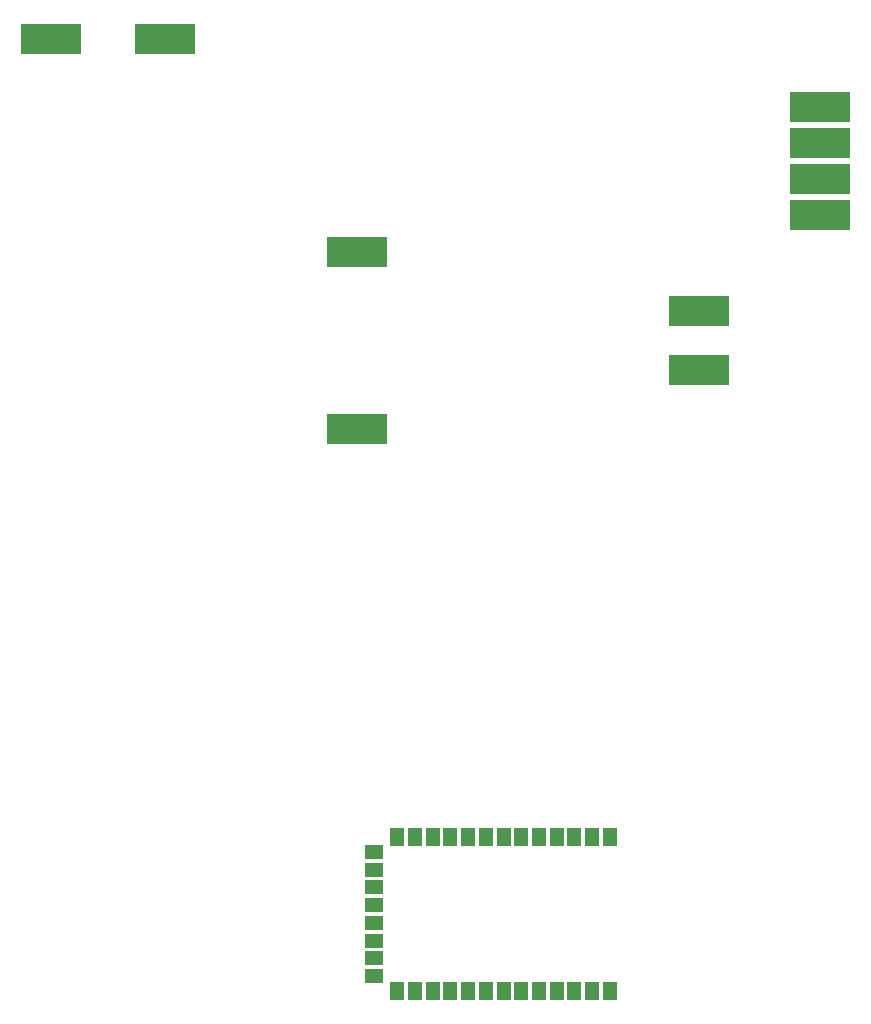
<source format=gtp>
G04 Layer: TopPasteMaskLayer*
G04 EasyEDA v6.5.1, 2022-05-20 13:09:05*
G04 9a472788fb3748f5b1af1517000a09b8,10*
G04 Gerber Generator version 0.2*
G04 Scale: 100 percent, Rotated: No, Reflected: No *
G04 Dimensions in millimeters *
G04 leading zeros omitted , absolute positions ,4 integer and 5 decimal *
%FSLAX45Y45*%
%MOMM*%

%ADD13R,1.2000X1.5000*%
%ADD14R,1.5000X1.2000*%

%LPD*%
G36*
X2222500Y2108200D02*
G01*
X2730500Y2108200D01*
X2730500Y1854200D01*
X2222500Y1854200D01*
G37*
G36*
X2222500Y1193800D02*
G01*
X2730500Y1193800D01*
X2730500Y939800D01*
X2222500Y939800D01*
G37*
G36*
X2222500Y1498600D02*
G01*
X2730500Y1498600D01*
X2730500Y1244600D01*
X2222500Y1244600D01*
G37*
G36*
X2222500Y1803400D02*
G01*
X2730500Y1803400D01*
X2730500Y1549400D01*
X2222500Y1549400D01*
G37*
G36*
X-1701800Y-622300D02*
G01*
X-1193800Y-622300D01*
X-1193800Y-876300D01*
X-1701800Y-876300D01*
G37*
G36*
X-1701800Y877823D02*
G01*
X-1193800Y877823D01*
X-1193800Y623823D01*
X-1701800Y623823D01*
G37*
G36*
X1198371Y-122173D02*
G01*
X1706371Y-122173D01*
X1706371Y-376173D01*
X1198371Y-376173D01*
G37*
G36*
X1198371Y377697D02*
G01*
X1706371Y377697D01*
X1706371Y123697D01*
X1198371Y123697D01*
G37*
G36*
X-3327400Y2679700D02*
G01*
X-2819400Y2679700D01*
X-2819400Y2425700D01*
X-3327400Y2425700D01*
G37*
G36*
X-4292600Y2679700D02*
G01*
X-3784600Y2679700D01*
X-3784600Y2425700D01*
X-4292600Y2425700D01*
G37*
D13*
G01*
X695223Y-4201388D03*
G01*
X545211Y-4201388D03*
G01*
X395223Y-4201388D03*
G01*
X245211Y-4201388D03*
G01*
X95224Y-4201388D03*
G01*
X-54787Y-4201388D03*
G01*
X-204774Y-4201388D03*
G01*
X-354787Y-4201388D03*
G01*
X-504774Y-4201388D03*
G01*
X-654786Y-4201388D03*
G01*
X-804773Y-4201388D03*
G01*
X-954786Y-4201388D03*
G01*
X-1104772Y-4201388D03*
D14*
G01*
X-1304772Y-4326407D03*
G01*
X-1304772Y-4476394D03*
G01*
X-1304772Y-4626406D03*
G01*
X-1304772Y-4776393D03*
G01*
X-1304772Y-4926406D03*
G01*
X-1304772Y-5076418D03*
G01*
X-1304772Y-5226405D03*
G01*
X-1304772Y-5376418D03*
D13*
G01*
X-1104772Y-5501411D03*
G01*
X-954786Y-5501411D03*
G01*
X-804773Y-5501411D03*
G01*
X-654786Y-5501411D03*
G01*
X-504774Y-5501411D03*
G01*
X-354787Y-5501411D03*
G01*
X-204774Y-5501411D03*
G01*
X-54787Y-5501411D03*
G01*
X95224Y-5501411D03*
G01*
X245211Y-5501411D03*
G01*
X395223Y-5501411D03*
G01*
X545211Y-5501411D03*
G01*
X695223Y-5501411D03*
M02*

</source>
